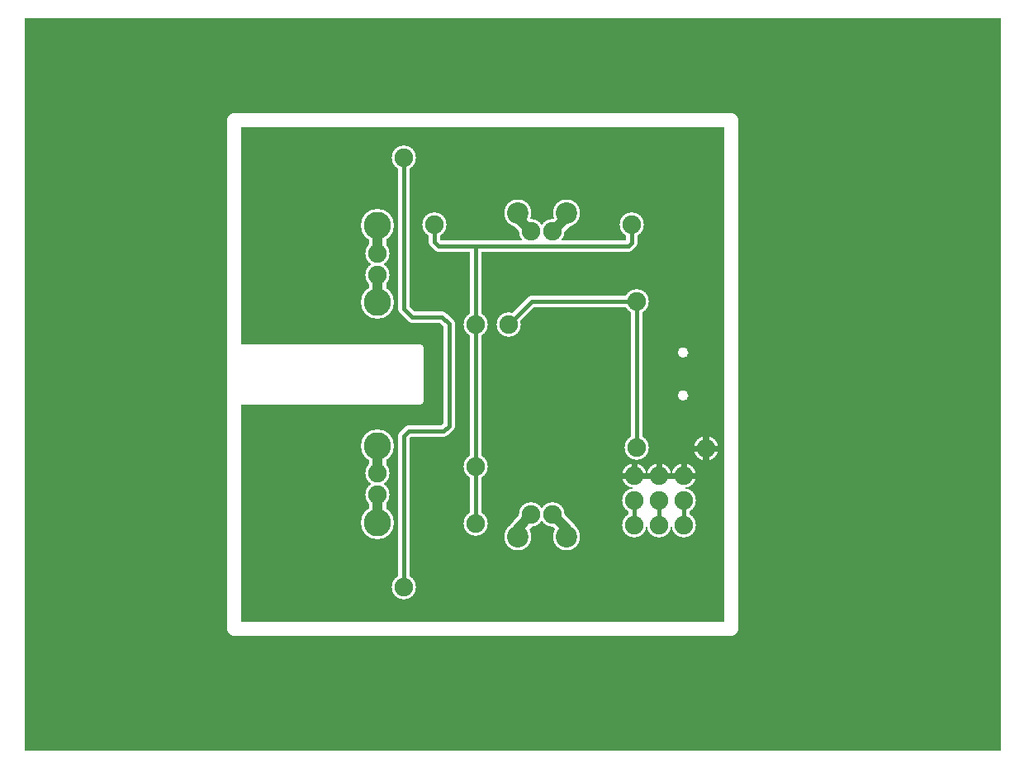
<source format=gbr>
%FSLAX34Y34*%
%MOMM*%
%LNCOPPER_BOTTOM*%
G71*
G01*
%ADD10C, 0.002*%
%ADD11C, 1.400*%
%ADD12C, 3.400*%
%ADD13C, 2.800*%
%ADD14C, 2.500*%
%ADD15C, 1.200*%
%ADD16C, 1.800*%
%ADD17C, 0.800*%
%ADD18C, 0.300*%
%ADD19C, 0.100*%
%ADD20C, 0.633*%
%ADD21C, 2.800*%
%ADD22C, 2.200*%
%ADD23C, 1.900*%
%ADD24C, 0.400*%
%ADD25C, 1.000*%
%LPD*%
G54D10*
X0Y750000D02*
X1000000Y750000D01*
X1000000Y0D01*
X0Y0D01*
X0Y750000D01*
G36*
X0Y750000D02*
X1000000Y750000D01*
X1000000Y0D01*
X0Y0D01*
X0Y750000D01*
G37*
%LPC*%
G54D11*
X214200Y645550D02*
X724200Y645550D01*
X724200Y124550D01*
X214200Y124550D01*
X214200Y645550D01*
X362200Y458800D02*
G54D12*
D03*
X362200Y537800D02*
G54D12*
D03*
X362200Y232300D02*
G54D12*
D03*
X362200Y311300D02*
G54D12*
D03*
X555500Y218600D02*
G54D13*
D03*
X505500Y218600D02*
G54D13*
D03*
X505500Y550100D02*
G54D13*
D03*
X555500Y550100D02*
G54D13*
D03*
X676400Y280699D02*
G54D14*
D03*
X676400Y255300D02*
G54D14*
D03*
X651000Y280699D02*
G54D14*
D03*
X651000Y255300D02*
G54D14*
D03*
X625600Y280699D02*
G54D14*
D03*
X625600Y255300D02*
G54D14*
D03*
X698700Y308600D02*
G54D14*
D03*
X676400Y229900D02*
G54D14*
D03*
X651000Y229900D02*
G54D14*
D03*
X625600Y229900D02*
G54D14*
D03*
G54D15*
X676400Y229900D02*
X676400Y255300D01*
G54D15*
X625600Y229900D02*
X625600Y255300D01*
G54D15*
X651000Y229900D02*
X651000Y255300D01*
X420610Y538640D02*
G54D14*
D03*
X462610Y435640D02*
G54D14*
D03*
X462610Y231640D02*
G54D14*
D03*
X462610Y290640D02*
G54D14*
D03*
G54D15*
X462610Y231640D02*
X462610Y290640D01*
X462610Y435640D01*
X462610Y515210D01*
X462700Y515300D01*
X622610Y538640D02*
G54D14*
D03*
G54D15*
X622610Y538640D02*
X622610Y519410D01*
X619300Y516100D01*
X424900Y516100D01*
X420500Y520500D01*
X420500Y538530D01*
X420610Y538640D01*
X628100Y460000D02*
G54D14*
D03*
G54D15*
X628100Y309600D02*
X628100Y459600D01*
X628100Y309600D02*
G54D14*
D03*
X496110Y435640D02*
G54D14*
D03*
G54D15*
X628100Y460000D02*
X520471Y460000D01*
X496110Y435640D01*
X389200Y607300D02*
G54D14*
D03*
X389200Y166300D02*
G54D14*
D03*
G54D15*
X389200Y607300D02*
X389200Y451800D01*
X397200Y443800D01*
X428200Y443800D01*
X435200Y436800D01*
X435200Y331800D01*
X429700Y326300D01*
X393700Y326300D01*
X389200Y321800D01*
X389200Y166300D01*
X362200Y537800D02*
G54D14*
D03*
X362200Y508800D02*
G54D14*
D03*
X362200Y458800D02*
G54D14*
D03*
X362200Y486800D02*
G54D14*
D03*
X362200Y283300D02*
G54D14*
D03*
X362200Y261300D02*
G54D14*
D03*
X541200Y240800D02*
G54D14*
D03*
X519200Y240800D02*
G54D14*
D03*
X541200Y531800D02*
G54D14*
D03*
X519200Y531800D02*
G54D14*
D03*
G54D16*
X362200Y311300D02*
X362200Y283300D01*
G54D16*
X362200Y232300D02*
X362200Y261300D01*
G54D16*
X505500Y550100D02*
X505500Y545500D01*
X519200Y531800D01*
G54D16*
X555500Y550100D02*
X555500Y546100D01*
X541200Y531800D01*
G54D16*
X505500Y218600D02*
X505500Y227100D01*
X519200Y240800D01*
G54D16*
X555500Y218600D02*
X555500Y226500D01*
X541200Y240800D01*
G54D16*
X362200Y537800D02*
X362200Y508800D01*
G54D16*
X362200Y458800D02*
X362200Y486800D01*
G36*
X219600Y412500D02*
X404800Y412500D01*
X404800Y357900D01*
X219600Y357900D01*
X219600Y412500D01*
G37*
G54D17*
X219600Y412500D02*
X404800Y412500D01*
X404800Y357900D01*
X219600Y357900D01*
X219600Y412500D01*
G36*
X519200Y531800D02*
X541200Y531800D01*
X541200Y522300D01*
X535700Y516800D01*
X521200Y516800D01*
X519200Y518800D01*
X519200Y531800D01*
G37*
G54D18*
X519200Y531800D02*
X541200Y531800D01*
X541200Y522300D01*
X535700Y516800D01*
X521200Y516800D01*
X519200Y518800D01*
X519200Y531800D01*
G36*
X625600Y280699D02*
X676400Y280699D01*
X676400Y229900D01*
X625600Y229900D01*
X625600Y280699D01*
G37*
G54D18*
X625600Y280699D02*
X676400Y280699D01*
X676400Y229900D01*
X625600Y229900D01*
X625600Y280699D01*
G54D19*
G75*
G01X680200Y407158D02*
G03X680200Y407158I-5000J0D01*
G01*
G36*
G75*
G01X680200Y407158D02*
G03X680200Y407158I-5000J0D01*
G01*
G37*
X680200Y407158D01*
G54D19*
G75*
G01X680200Y363158D02*
G03X680200Y363158I-5000J0D01*
G01*
G36*
G75*
G01X680200Y363158D02*
G03X680200Y363158I-5000J0D01*
G01*
G37*
X680200Y363158D01*
%LPD*%
G54D20*
G36*
X676400Y283866D02*
X689400Y283866D01*
X689400Y277532D01*
X676400Y277532D01*
X676400Y283866D01*
G37*
G36*
X676400Y277532D02*
X663400Y277532D01*
X663400Y283866D01*
X676400Y283866D01*
X676400Y277532D01*
G37*
G36*
X673233Y280699D02*
X673233Y293699D01*
X679567Y293699D01*
X679567Y280699D01*
X673233Y280699D01*
G37*
G54D20*
G36*
X651000Y283866D02*
X664000Y283866D01*
X664000Y277532D01*
X651000Y277532D01*
X651000Y283866D01*
G37*
G36*
X651000Y277532D02*
X638000Y277532D01*
X638000Y283866D01*
X651000Y283866D01*
X651000Y277532D01*
G37*
G36*
X647833Y280699D02*
X647833Y293699D01*
X654167Y293699D01*
X654167Y280699D01*
X647833Y280699D01*
G37*
G54D20*
G36*
X625600Y283866D02*
X638600Y283866D01*
X638600Y277532D01*
X625600Y277532D01*
X625600Y283866D01*
G37*
G36*
X625600Y277532D02*
X612600Y277532D01*
X612600Y283866D01*
X625600Y283866D01*
X625600Y277532D01*
G37*
G36*
X622433Y280699D02*
X622433Y293699D01*
X628767Y293699D01*
X628767Y280699D01*
X622433Y280699D01*
G37*
G54D20*
G36*
X695533Y308600D02*
X695533Y321600D01*
X701867Y321600D01*
X701867Y308600D01*
X695533Y308600D01*
G37*
G36*
X698700Y311767D02*
X711700Y311767D01*
X711700Y305433D01*
X698700Y305433D01*
X698700Y311767D01*
G37*
G36*
X701867Y308600D02*
X701867Y295600D01*
X695533Y295600D01*
X695533Y308600D01*
X701867Y308600D01*
G37*
G36*
X698700Y305433D02*
X685700Y305433D01*
X685700Y311767D01*
X698700Y311767D01*
X698700Y305433D01*
G37*
X362200Y458800D02*
G54D21*
D03*
X362200Y537800D02*
G54D21*
D03*
X362200Y232300D02*
G54D21*
D03*
X362200Y311300D02*
G54D21*
D03*
X555500Y218600D02*
G54D22*
D03*
X505500Y218600D02*
G54D22*
D03*
X505500Y550100D02*
G54D22*
D03*
X555500Y550100D02*
G54D22*
D03*
X676400Y280699D02*
G54D23*
D03*
X676400Y255300D02*
G54D23*
D03*
X651000Y280699D02*
G54D23*
D03*
X651000Y255300D02*
G54D23*
D03*
X625600Y280699D02*
G54D23*
D03*
X625600Y255300D02*
G54D23*
D03*
X698700Y308600D02*
G54D23*
D03*
X676400Y229900D02*
G54D23*
D03*
X651000Y229900D02*
G54D23*
D03*
X625600Y229900D02*
G54D23*
D03*
G54D24*
X676400Y229900D02*
X676400Y255300D01*
G54D24*
X625600Y229900D02*
X625600Y255300D01*
G54D24*
X651000Y229900D02*
X651000Y255300D01*
X420610Y538640D02*
G54D23*
D03*
X462610Y435640D02*
G54D23*
D03*
X462610Y231640D02*
G54D23*
D03*
X462610Y290640D02*
G54D23*
D03*
G54D24*
X462610Y231640D02*
X462610Y290640D01*
X462610Y435640D01*
X462610Y515210D01*
X462700Y515300D01*
X622610Y538640D02*
G54D23*
D03*
G54D24*
X622610Y538640D02*
X622610Y519410D01*
X619300Y516100D01*
X424900Y516100D01*
X420500Y520500D01*
X420500Y538530D01*
X420610Y538640D01*
X628100Y460000D02*
G54D23*
D03*
G54D24*
X628100Y309600D02*
X628100Y459600D01*
X628100Y309600D02*
G54D23*
D03*
X496110Y435640D02*
G54D23*
D03*
G54D24*
X628100Y460000D02*
X520471Y460000D01*
X496110Y435640D01*
X389200Y607300D02*
G54D23*
D03*
X389200Y166300D02*
G54D23*
D03*
G54D24*
X389200Y607300D02*
X389200Y451800D01*
X397200Y443800D01*
X428200Y443800D01*
X435200Y436800D01*
X435200Y331800D01*
X429700Y326300D01*
X393700Y326300D01*
X389200Y321800D01*
X389200Y166300D01*
X362200Y537800D02*
G54D23*
D03*
X362200Y508800D02*
G54D23*
D03*
X362200Y458800D02*
G54D23*
D03*
X362200Y486800D02*
G54D23*
D03*
X362200Y283300D02*
G54D23*
D03*
X362200Y261300D02*
G54D23*
D03*
X541200Y240800D02*
G54D23*
D03*
X519200Y240800D02*
G54D23*
D03*
X541200Y531800D02*
G54D23*
D03*
X519200Y531800D02*
G54D23*
D03*
G54D25*
X362200Y311300D02*
X362200Y283300D01*
G54D25*
X362200Y232300D02*
X362200Y261300D01*
G54D25*
X505500Y550100D02*
X505500Y545500D01*
X519200Y531800D01*
G54D25*
X555500Y550100D02*
X555500Y546100D01*
X541200Y531800D01*
G54D25*
X505500Y218600D02*
X505500Y227100D01*
X519200Y240800D01*
G54D25*
X555500Y218600D02*
X555500Y226500D01*
X541200Y240800D01*
G54D25*
X362200Y537800D02*
X362200Y508800D01*
G54D25*
X362200Y458800D02*
X362200Y486800D01*
M02*

</source>
